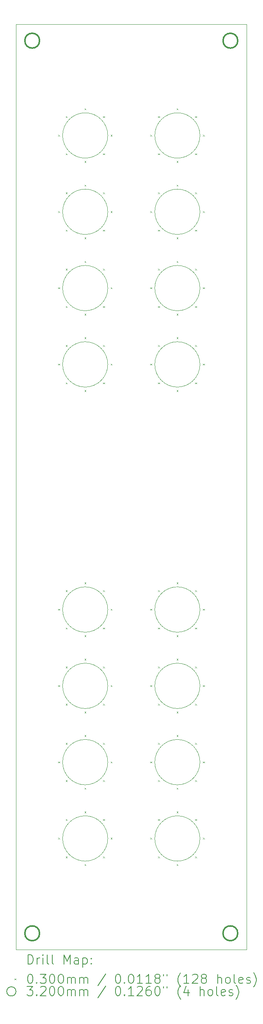
<source format=gbr>
%TF.GenerationSoftware,KiCad,Pcbnew,8.0.3*%
%TF.CreationDate,2024-06-29T17:28:32+02:00*%
%TF.ProjectId,DMH_Buffered_Mult_PANEL,444d485f-4275-4666-9665-7265645f4d75,1*%
%TF.SameCoordinates,Original*%
%TF.FileFunction,Drillmap*%
%TF.FilePolarity,Positive*%
%FSLAX45Y45*%
G04 Gerber Fmt 4.5, Leading zero omitted, Abs format (unit mm)*
G04 Created by KiCad (PCBNEW 8.0.3) date 2024-06-29 17:28:32*
%MOMM*%
%LPD*%
G01*
G04 APERTURE LIST*
%ADD10C,0.050000*%
%ADD11C,0.200000*%
%ADD12C,0.100000*%
%ADD13C,0.320000*%
G04 APERTURE END LIST*
D10*
X7500000Y-3000000D02*
X12500000Y-3000000D01*
X12500000Y-23000000D01*
X7500000Y-23000000D01*
X7500000Y-3000000D01*
X11490000Y-20600000D02*
G75*
G02*
X10510000Y-20600000I-490000J0D01*
G01*
X10510000Y-20600000D02*
G75*
G02*
X11490000Y-20600000I490000J0D01*
G01*
X9490000Y-20600000D02*
G75*
G02*
X8510000Y-20600000I-490000J0D01*
G01*
X8510000Y-20600000D02*
G75*
G02*
X9490000Y-20600000I490000J0D01*
G01*
X9490000Y-5400000D02*
G75*
G02*
X8510000Y-5400000I-490000J0D01*
G01*
X8510000Y-5400000D02*
G75*
G02*
X9490000Y-5400000I490000J0D01*
G01*
X11490000Y-5400000D02*
G75*
G02*
X10510000Y-5400000I-490000J0D01*
G01*
X10510000Y-5400000D02*
G75*
G02*
X11490000Y-5400000I490000J0D01*
G01*
X9490000Y-7050000D02*
G75*
G02*
X8510000Y-7050000I-490000J0D01*
G01*
X8510000Y-7050000D02*
G75*
G02*
X9490000Y-7050000I490000J0D01*
G01*
X11490000Y-15650000D02*
G75*
G02*
X10510000Y-15650000I-490000J0D01*
G01*
X10510000Y-15650000D02*
G75*
G02*
X11490000Y-15650000I490000J0D01*
G01*
X9490000Y-17300000D02*
G75*
G02*
X8510000Y-17300000I-490000J0D01*
G01*
X8510000Y-17300000D02*
G75*
G02*
X9490000Y-17300000I490000J0D01*
G01*
X11490000Y-18950000D02*
G75*
G02*
X10510000Y-18950000I-490000J0D01*
G01*
X10510000Y-18950000D02*
G75*
G02*
X11490000Y-18950000I490000J0D01*
G01*
X9490000Y-10350000D02*
G75*
G02*
X8510000Y-10350000I-490000J0D01*
G01*
X8510000Y-10350000D02*
G75*
G02*
X9490000Y-10350000I490000J0D01*
G01*
X9490000Y-18950000D02*
G75*
G02*
X8510000Y-18950000I-490000J0D01*
G01*
X8510000Y-18950000D02*
G75*
G02*
X9490000Y-18950000I490000J0D01*
G01*
X11490000Y-10350000D02*
G75*
G02*
X10510000Y-10350000I-490000J0D01*
G01*
X10510000Y-10350000D02*
G75*
G02*
X11490000Y-10350000I490000J0D01*
G01*
X11490000Y-17300000D02*
G75*
G02*
X10510000Y-17300000I-490000J0D01*
G01*
X10510000Y-17300000D02*
G75*
G02*
X11490000Y-17300000I490000J0D01*
G01*
X9490000Y-15650000D02*
G75*
G02*
X8510000Y-15650000I-490000J0D01*
G01*
X8510000Y-15650000D02*
G75*
G02*
X9490000Y-15650000I490000J0D01*
G01*
X9490000Y-8700000D02*
G75*
G02*
X8510000Y-8700000I-490000J0D01*
G01*
X8510000Y-8700000D02*
G75*
G02*
X9490000Y-8700000I490000J0D01*
G01*
X11490000Y-7050000D02*
G75*
G02*
X10510000Y-7050000I-490000J0D01*
G01*
X10510000Y-7050000D02*
G75*
G02*
X11490000Y-7050000I490000J0D01*
G01*
X11490000Y-8700000D02*
G75*
G02*
X10510000Y-8700000I-490000J0D01*
G01*
X10510000Y-8700000D02*
G75*
G02*
X11490000Y-8700000I490000J0D01*
G01*
D11*
D12*
X8415000Y-5385000D02*
X8445000Y-5415000D01*
X8445000Y-5385000D02*
X8415000Y-5415000D01*
X8415000Y-7035000D02*
X8445000Y-7065000D01*
X8445000Y-7035000D02*
X8415000Y-7065000D01*
X8415000Y-8685000D02*
X8445000Y-8715000D01*
X8445000Y-8685000D02*
X8415000Y-8715000D01*
X8415000Y-10335000D02*
X8445000Y-10365000D01*
X8445000Y-10335000D02*
X8415000Y-10365000D01*
X8415000Y-15635000D02*
X8445000Y-15665000D01*
X8445000Y-15635000D02*
X8415000Y-15665000D01*
X8415000Y-17285000D02*
X8445000Y-17315000D01*
X8445000Y-17285000D02*
X8415000Y-17315000D01*
X8415000Y-18935000D02*
X8445000Y-18965000D01*
X8445000Y-18935000D02*
X8415000Y-18965000D01*
X8415000Y-20585000D02*
X8445000Y-20615000D01*
X8445000Y-20585000D02*
X8415000Y-20615000D01*
X8581000Y-4982000D02*
X8611000Y-5012000D01*
X8611000Y-4982000D02*
X8581000Y-5012000D01*
X8581000Y-6632000D02*
X8611000Y-6662000D01*
X8611000Y-6632000D02*
X8581000Y-6662000D01*
X8581000Y-8282000D02*
X8611000Y-8312000D01*
X8611000Y-8282000D02*
X8581000Y-8312000D01*
X8581000Y-9932000D02*
X8611000Y-9962000D01*
X8611000Y-9932000D02*
X8581000Y-9962000D01*
X8581000Y-15232000D02*
X8611000Y-15262000D01*
X8611000Y-15232000D02*
X8581000Y-15262000D01*
X8581000Y-16882000D02*
X8611000Y-16912000D01*
X8611000Y-16882000D02*
X8581000Y-16912000D01*
X8581000Y-18532000D02*
X8611000Y-18562000D01*
X8611000Y-18532000D02*
X8581000Y-18562000D01*
X8581000Y-20182000D02*
X8611000Y-20212000D01*
X8611000Y-20182000D02*
X8581000Y-20212000D01*
X8582000Y-5789000D02*
X8612000Y-5819000D01*
X8612000Y-5789000D02*
X8582000Y-5819000D01*
X8582000Y-7439000D02*
X8612000Y-7469000D01*
X8612000Y-7439000D02*
X8582000Y-7469000D01*
X8582000Y-9089000D02*
X8612000Y-9119000D01*
X8612000Y-9089000D02*
X8582000Y-9119000D01*
X8582000Y-10739000D02*
X8612000Y-10769000D01*
X8612000Y-10739000D02*
X8582000Y-10769000D01*
X8582000Y-16039000D02*
X8612000Y-16069000D01*
X8612000Y-16039000D02*
X8582000Y-16069000D01*
X8582000Y-17689000D02*
X8612000Y-17719000D01*
X8612000Y-17689000D02*
X8582000Y-17719000D01*
X8582000Y-19339000D02*
X8612000Y-19369000D01*
X8612000Y-19339000D02*
X8582000Y-19369000D01*
X8582000Y-20989000D02*
X8612000Y-21019000D01*
X8612000Y-20989000D02*
X8582000Y-21019000D01*
X8985000Y-4815000D02*
X9015000Y-4845000D01*
X9015000Y-4815000D02*
X8985000Y-4845000D01*
X8985000Y-5955000D02*
X9015000Y-5985000D01*
X9015000Y-5955000D02*
X8985000Y-5985000D01*
X8985000Y-6465000D02*
X9015000Y-6495000D01*
X9015000Y-6465000D02*
X8985000Y-6495000D01*
X8985000Y-7605000D02*
X9015000Y-7635000D01*
X9015000Y-7605000D02*
X8985000Y-7635000D01*
X8985000Y-8115000D02*
X9015000Y-8145000D01*
X9015000Y-8115000D02*
X8985000Y-8145000D01*
X8985000Y-9255000D02*
X9015000Y-9285000D01*
X9015000Y-9255000D02*
X8985000Y-9285000D01*
X8985000Y-9765000D02*
X9015000Y-9795000D01*
X9015000Y-9765000D02*
X8985000Y-9795000D01*
X8985000Y-10905000D02*
X9015000Y-10935000D01*
X9015000Y-10905000D02*
X8985000Y-10935000D01*
X8985000Y-15065000D02*
X9015000Y-15095000D01*
X9015000Y-15065000D02*
X8985000Y-15095000D01*
X8985000Y-16205000D02*
X9015000Y-16235000D01*
X9015000Y-16205000D02*
X8985000Y-16235000D01*
X8985000Y-16715000D02*
X9015000Y-16745000D01*
X9015000Y-16715000D02*
X8985000Y-16745000D01*
X8985000Y-17855000D02*
X9015000Y-17885000D01*
X9015000Y-17855000D02*
X8985000Y-17885000D01*
X8985000Y-18365000D02*
X9015000Y-18395000D01*
X9015000Y-18365000D02*
X8985000Y-18395000D01*
X8985000Y-19505000D02*
X9015000Y-19535000D01*
X9015000Y-19505000D02*
X8985000Y-19535000D01*
X8985000Y-20015000D02*
X9015000Y-20045000D01*
X9015000Y-20015000D02*
X8985000Y-20045000D01*
X8985000Y-21155000D02*
X9015000Y-21185000D01*
X9015000Y-21155000D02*
X8985000Y-21185000D01*
X9388000Y-5789000D02*
X9418000Y-5819000D01*
X9418000Y-5789000D02*
X9388000Y-5819000D01*
X9388000Y-7439000D02*
X9418000Y-7469000D01*
X9418000Y-7439000D02*
X9388000Y-7469000D01*
X9388000Y-9089000D02*
X9418000Y-9119000D01*
X9418000Y-9089000D02*
X9388000Y-9119000D01*
X9388000Y-10739000D02*
X9418000Y-10769000D01*
X9418000Y-10739000D02*
X9388000Y-10769000D01*
X9388000Y-16039000D02*
X9418000Y-16069000D01*
X9418000Y-16039000D02*
X9388000Y-16069000D01*
X9388000Y-17689000D02*
X9418000Y-17719000D01*
X9418000Y-17689000D02*
X9388000Y-17719000D01*
X9388000Y-19339000D02*
X9418000Y-19369000D01*
X9418000Y-19339000D02*
X9388000Y-19369000D01*
X9388000Y-20989000D02*
X9418000Y-21019000D01*
X9418000Y-20989000D02*
X9388000Y-21019000D01*
X9389000Y-4982000D02*
X9419000Y-5012000D01*
X9419000Y-4982000D02*
X9389000Y-5012000D01*
X9389000Y-6632000D02*
X9419000Y-6662000D01*
X9419000Y-6632000D02*
X9389000Y-6662000D01*
X9389000Y-8282000D02*
X9419000Y-8312000D01*
X9419000Y-8282000D02*
X9389000Y-8312000D01*
X9389000Y-9932000D02*
X9419000Y-9962000D01*
X9419000Y-9932000D02*
X9389000Y-9962000D01*
X9389000Y-15232000D02*
X9419000Y-15262000D01*
X9419000Y-15232000D02*
X9389000Y-15262000D01*
X9389000Y-16882000D02*
X9419000Y-16912000D01*
X9419000Y-16882000D02*
X9389000Y-16912000D01*
X9389000Y-18532000D02*
X9419000Y-18562000D01*
X9419000Y-18532000D02*
X9389000Y-18562000D01*
X9389000Y-20182000D02*
X9419000Y-20212000D01*
X9419000Y-20182000D02*
X9389000Y-20212000D01*
X9555000Y-5385000D02*
X9585000Y-5415000D01*
X9585000Y-5385000D02*
X9555000Y-5415000D01*
X9555000Y-7035000D02*
X9585000Y-7065000D01*
X9585000Y-7035000D02*
X9555000Y-7065000D01*
X9555000Y-8685000D02*
X9585000Y-8715000D01*
X9585000Y-8685000D02*
X9555000Y-8715000D01*
X9555000Y-10335000D02*
X9585000Y-10365000D01*
X9585000Y-10335000D02*
X9555000Y-10365000D01*
X9555000Y-15635000D02*
X9585000Y-15665000D01*
X9585000Y-15635000D02*
X9555000Y-15665000D01*
X9555000Y-17285000D02*
X9585000Y-17315000D01*
X9585000Y-17285000D02*
X9555000Y-17315000D01*
X9555000Y-18935000D02*
X9585000Y-18965000D01*
X9585000Y-18935000D02*
X9555000Y-18965000D01*
X9555000Y-20585000D02*
X9585000Y-20615000D01*
X9585000Y-20585000D02*
X9555000Y-20615000D01*
X10415000Y-5385000D02*
X10445000Y-5415000D01*
X10445000Y-5385000D02*
X10415000Y-5415000D01*
X10415000Y-7035000D02*
X10445000Y-7065000D01*
X10445000Y-7035000D02*
X10415000Y-7065000D01*
X10415000Y-8685000D02*
X10445000Y-8715000D01*
X10445000Y-8685000D02*
X10415000Y-8715000D01*
X10415000Y-10335000D02*
X10445000Y-10365000D01*
X10445000Y-10335000D02*
X10415000Y-10365000D01*
X10415000Y-15635000D02*
X10445000Y-15665000D01*
X10445000Y-15635000D02*
X10415000Y-15665000D01*
X10415000Y-17285000D02*
X10445000Y-17315000D01*
X10445000Y-17285000D02*
X10415000Y-17315000D01*
X10415000Y-18935000D02*
X10445000Y-18965000D01*
X10445000Y-18935000D02*
X10415000Y-18965000D01*
X10415000Y-20585000D02*
X10445000Y-20615000D01*
X10445000Y-20585000D02*
X10415000Y-20615000D01*
X10581000Y-4982000D02*
X10611000Y-5012000D01*
X10611000Y-4982000D02*
X10581000Y-5012000D01*
X10581000Y-6632000D02*
X10611000Y-6662000D01*
X10611000Y-6632000D02*
X10581000Y-6662000D01*
X10581000Y-8282000D02*
X10611000Y-8312000D01*
X10611000Y-8282000D02*
X10581000Y-8312000D01*
X10581000Y-9932000D02*
X10611000Y-9962000D01*
X10611000Y-9932000D02*
X10581000Y-9962000D01*
X10581000Y-15232000D02*
X10611000Y-15262000D01*
X10611000Y-15232000D02*
X10581000Y-15262000D01*
X10581000Y-16882000D02*
X10611000Y-16912000D01*
X10611000Y-16882000D02*
X10581000Y-16912000D01*
X10581000Y-18532000D02*
X10611000Y-18562000D01*
X10611000Y-18532000D02*
X10581000Y-18562000D01*
X10581000Y-20182000D02*
X10611000Y-20212000D01*
X10611000Y-20182000D02*
X10581000Y-20212000D01*
X10582000Y-5789000D02*
X10612000Y-5819000D01*
X10612000Y-5789000D02*
X10582000Y-5819000D01*
X10582000Y-7439000D02*
X10612000Y-7469000D01*
X10612000Y-7439000D02*
X10582000Y-7469000D01*
X10582000Y-9089000D02*
X10612000Y-9119000D01*
X10612000Y-9089000D02*
X10582000Y-9119000D01*
X10582000Y-10739000D02*
X10612000Y-10769000D01*
X10612000Y-10739000D02*
X10582000Y-10769000D01*
X10582000Y-16039000D02*
X10612000Y-16069000D01*
X10612000Y-16039000D02*
X10582000Y-16069000D01*
X10582000Y-17689000D02*
X10612000Y-17719000D01*
X10612000Y-17689000D02*
X10582000Y-17719000D01*
X10582000Y-19339000D02*
X10612000Y-19369000D01*
X10612000Y-19339000D02*
X10582000Y-19369000D01*
X10582000Y-20989000D02*
X10612000Y-21019000D01*
X10612000Y-20989000D02*
X10582000Y-21019000D01*
X10985000Y-4815000D02*
X11015000Y-4845000D01*
X11015000Y-4815000D02*
X10985000Y-4845000D01*
X10985000Y-5955000D02*
X11015000Y-5985000D01*
X11015000Y-5955000D02*
X10985000Y-5985000D01*
X10985000Y-6465000D02*
X11015000Y-6495000D01*
X11015000Y-6465000D02*
X10985000Y-6495000D01*
X10985000Y-7605000D02*
X11015000Y-7635000D01*
X11015000Y-7605000D02*
X10985000Y-7635000D01*
X10985000Y-8115000D02*
X11015000Y-8145000D01*
X11015000Y-8115000D02*
X10985000Y-8145000D01*
X10985000Y-9255000D02*
X11015000Y-9285000D01*
X11015000Y-9255000D02*
X10985000Y-9285000D01*
X10985000Y-9765000D02*
X11015000Y-9795000D01*
X11015000Y-9765000D02*
X10985000Y-9795000D01*
X10985000Y-10905000D02*
X11015000Y-10935000D01*
X11015000Y-10905000D02*
X10985000Y-10935000D01*
X10985000Y-15065000D02*
X11015000Y-15095000D01*
X11015000Y-15065000D02*
X10985000Y-15095000D01*
X10985000Y-16205000D02*
X11015000Y-16235000D01*
X11015000Y-16205000D02*
X10985000Y-16235000D01*
X10985000Y-16715000D02*
X11015000Y-16745000D01*
X11015000Y-16715000D02*
X10985000Y-16745000D01*
X10985000Y-17855000D02*
X11015000Y-17885000D01*
X11015000Y-17855000D02*
X10985000Y-17885000D01*
X10985000Y-18365000D02*
X11015000Y-18395000D01*
X11015000Y-18365000D02*
X10985000Y-18395000D01*
X10985000Y-19505000D02*
X11015000Y-19535000D01*
X11015000Y-19505000D02*
X10985000Y-19535000D01*
X10985000Y-20015000D02*
X11015000Y-20045000D01*
X11015000Y-20015000D02*
X10985000Y-20045000D01*
X10985000Y-21155000D02*
X11015000Y-21185000D01*
X11015000Y-21155000D02*
X10985000Y-21185000D01*
X11388000Y-5789000D02*
X11418000Y-5819000D01*
X11418000Y-5789000D02*
X11388000Y-5819000D01*
X11388000Y-7439000D02*
X11418000Y-7469000D01*
X11418000Y-7439000D02*
X11388000Y-7469000D01*
X11388000Y-9089000D02*
X11418000Y-9119000D01*
X11418000Y-9089000D02*
X11388000Y-9119000D01*
X11388000Y-10739000D02*
X11418000Y-10769000D01*
X11418000Y-10739000D02*
X11388000Y-10769000D01*
X11388000Y-16039000D02*
X11418000Y-16069000D01*
X11418000Y-16039000D02*
X11388000Y-16069000D01*
X11388000Y-17689000D02*
X11418000Y-17719000D01*
X11418000Y-17689000D02*
X11388000Y-17719000D01*
X11388000Y-19339000D02*
X11418000Y-19369000D01*
X11418000Y-19339000D02*
X11388000Y-19369000D01*
X11388000Y-20989000D02*
X11418000Y-21019000D01*
X11418000Y-20989000D02*
X11388000Y-21019000D01*
X11389000Y-4982000D02*
X11419000Y-5012000D01*
X11419000Y-4982000D02*
X11389000Y-5012000D01*
X11389000Y-6632000D02*
X11419000Y-6662000D01*
X11419000Y-6632000D02*
X11389000Y-6662000D01*
X11389000Y-8282000D02*
X11419000Y-8312000D01*
X11419000Y-8282000D02*
X11389000Y-8312000D01*
X11389000Y-9932000D02*
X11419000Y-9962000D01*
X11419000Y-9932000D02*
X11389000Y-9962000D01*
X11389000Y-15232000D02*
X11419000Y-15262000D01*
X11419000Y-15232000D02*
X11389000Y-15262000D01*
X11389000Y-16882000D02*
X11419000Y-16912000D01*
X11419000Y-16882000D02*
X11389000Y-16912000D01*
X11389000Y-18532000D02*
X11419000Y-18562000D01*
X11419000Y-18532000D02*
X11389000Y-18562000D01*
X11389000Y-20182000D02*
X11419000Y-20212000D01*
X11419000Y-20182000D02*
X11389000Y-20212000D01*
X11555000Y-5385000D02*
X11585000Y-5415000D01*
X11585000Y-5385000D02*
X11555000Y-5415000D01*
X11555000Y-7035000D02*
X11585000Y-7065000D01*
X11585000Y-7035000D02*
X11555000Y-7065000D01*
X11555000Y-8685000D02*
X11585000Y-8715000D01*
X11585000Y-8685000D02*
X11555000Y-8715000D01*
X11555000Y-10335000D02*
X11585000Y-10365000D01*
X11585000Y-10335000D02*
X11555000Y-10365000D01*
X11555000Y-15635000D02*
X11585000Y-15665000D01*
X11585000Y-15635000D02*
X11555000Y-15665000D01*
X11555000Y-17285000D02*
X11585000Y-17315000D01*
X11585000Y-17285000D02*
X11555000Y-17315000D01*
X11555000Y-18935000D02*
X11585000Y-18965000D01*
X11585000Y-18935000D02*
X11555000Y-18965000D01*
X11555000Y-20585000D02*
X11585000Y-20615000D01*
X11585000Y-20585000D02*
X11555000Y-20615000D01*
D13*
X8010000Y-3350000D02*
G75*
G02*
X7690000Y-3350000I-160000J0D01*
G01*
X7690000Y-3350000D02*
G75*
G02*
X8010000Y-3350000I160000J0D01*
G01*
X8010000Y-22650000D02*
G75*
G02*
X7690000Y-22650000I-160000J0D01*
G01*
X7690000Y-22650000D02*
G75*
G02*
X8010000Y-22650000I160000J0D01*
G01*
X12310000Y-3350000D02*
G75*
G02*
X11990000Y-3350000I-160000J0D01*
G01*
X11990000Y-3350000D02*
G75*
G02*
X12310000Y-3350000I160000J0D01*
G01*
X12310000Y-22650000D02*
G75*
G02*
X11990000Y-22650000I-160000J0D01*
G01*
X11990000Y-22650000D02*
G75*
G02*
X12310000Y-22650000I160000J0D01*
G01*
D11*
X7758277Y-23313984D02*
X7758277Y-23113984D01*
X7758277Y-23113984D02*
X7805896Y-23113984D01*
X7805896Y-23113984D02*
X7834467Y-23123508D01*
X7834467Y-23123508D02*
X7853515Y-23142555D01*
X7853515Y-23142555D02*
X7863039Y-23161603D01*
X7863039Y-23161603D02*
X7872562Y-23199698D01*
X7872562Y-23199698D02*
X7872562Y-23228269D01*
X7872562Y-23228269D02*
X7863039Y-23266365D01*
X7863039Y-23266365D02*
X7853515Y-23285412D01*
X7853515Y-23285412D02*
X7834467Y-23304460D01*
X7834467Y-23304460D02*
X7805896Y-23313984D01*
X7805896Y-23313984D02*
X7758277Y-23313984D01*
X7958277Y-23313984D02*
X7958277Y-23180650D01*
X7958277Y-23218746D02*
X7967801Y-23199698D01*
X7967801Y-23199698D02*
X7977324Y-23190174D01*
X7977324Y-23190174D02*
X7996372Y-23180650D01*
X7996372Y-23180650D02*
X8015420Y-23180650D01*
X8082086Y-23313984D02*
X8082086Y-23180650D01*
X8082086Y-23113984D02*
X8072562Y-23123508D01*
X8072562Y-23123508D02*
X8082086Y-23133031D01*
X8082086Y-23133031D02*
X8091610Y-23123508D01*
X8091610Y-23123508D02*
X8082086Y-23113984D01*
X8082086Y-23113984D02*
X8082086Y-23133031D01*
X8205896Y-23313984D02*
X8186848Y-23304460D01*
X8186848Y-23304460D02*
X8177324Y-23285412D01*
X8177324Y-23285412D02*
X8177324Y-23113984D01*
X8310658Y-23313984D02*
X8291610Y-23304460D01*
X8291610Y-23304460D02*
X8282086Y-23285412D01*
X8282086Y-23285412D02*
X8282086Y-23113984D01*
X8539229Y-23313984D02*
X8539229Y-23113984D01*
X8539229Y-23113984D02*
X8605896Y-23256841D01*
X8605896Y-23256841D02*
X8672563Y-23113984D01*
X8672563Y-23113984D02*
X8672563Y-23313984D01*
X8853515Y-23313984D02*
X8853515Y-23209222D01*
X8853515Y-23209222D02*
X8843991Y-23190174D01*
X8843991Y-23190174D02*
X8824944Y-23180650D01*
X8824944Y-23180650D02*
X8786848Y-23180650D01*
X8786848Y-23180650D02*
X8767801Y-23190174D01*
X8853515Y-23304460D02*
X8834467Y-23313984D01*
X8834467Y-23313984D02*
X8786848Y-23313984D01*
X8786848Y-23313984D02*
X8767801Y-23304460D01*
X8767801Y-23304460D02*
X8758277Y-23285412D01*
X8758277Y-23285412D02*
X8758277Y-23266365D01*
X8758277Y-23266365D02*
X8767801Y-23247317D01*
X8767801Y-23247317D02*
X8786848Y-23237793D01*
X8786848Y-23237793D02*
X8834467Y-23237793D01*
X8834467Y-23237793D02*
X8853515Y-23228269D01*
X8948753Y-23180650D02*
X8948753Y-23380650D01*
X8948753Y-23190174D02*
X8967801Y-23180650D01*
X8967801Y-23180650D02*
X9005896Y-23180650D01*
X9005896Y-23180650D02*
X9024944Y-23190174D01*
X9024944Y-23190174D02*
X9034467Y-23199698D01*
X9034467Y-23199698D02*
X9043991Y-23218746D01*
X9043991Y-23218746D02*
X9043991Y-23275888D01*
X9043991Y-23275888D02*
X9034467Y-23294936D01*
X9034467Y-23294936D02*
X9024944Y-23304460D01*
X9024944Y-23304460D02*
X9005896Y-23313984D01*
X9005896Y-23313984D02*
X8967801Y-23313984D01*
X8967801Y-23313984D02*
X8948753Y-23304460D01*
X9129705Y-23294936D02*
X9139229Y-23304460D01*
X9139229Y-23304460D02*
X9129705Y-23313984D01*
X9129705Y-23313984D02*
X9120182Y-23304460D01*
X9120182Y-23304460D02*
X9129705Y-23294936D01*
X9129705Y-23294936D02*
X9129705Y-23313984D01*
X9129705Y-23190174D02*
X9139229Y-23199698D01*
X9139229Y-23199698D02*
X9129705Y-23209222D01*
X9129705Y-23209222D02*
X9120182Y-23199698D01*
X9120182Y-23199698D02*
X9129705Y-23190174D01*
X9129705Y-23190174D02*
X9129705Y-23209222D01*
D12*
X7467500Y-23627500D02*
X7497500Y-23657500D01*
X7497500Y-23627500D02*
X7467500Y-23657500D01*
D11*
X7796372Y-23533984D02*
X7815420Y-23533984D01*
X7815420Y-23533984D02*
X7834467Y-23543508D01*
X7834467Y-23543508D02*
X7843991Y-23553031D01*
X7843991Y-23553031D02*
X7853515Y-23572079D01*
X7853515Y-23572079D02*
X7863039Y-23610174D01*
X7863039Y-23610174D02*
X7863039Y-23657793D01*
X7863039Y-23657793D02*
X7853515Y-23695888D01*
X7853515Y-23695888D02*
X7843991Y-23714936D01*
X7843991Y-23714936D02*
X7834467Y-23724460D01*
X7834467Y-23724460D02*
X7815420Y-23733984D01*
X7815420Y-23733984D02*
X7796372Y-23733984D01*
X7796372Y-23733984D02*
X7777324Y-23724460D01*
X7777324Y-23724460D02*
X7767801Y-23714936D01*
X7767801Y-23714936D02*
X7758277Y-23695888D01*
X7758277Y-23695888D02*
X7748753Y-23657793D01*
X7748753Y-23657793D02*
X7748753Y-23610174D01*
X7748753Y-23610174D02*
X7758277Y-23572079D01*
X7758277Y-23572079D02*
X7767801Y-23553031D01*
X7767801Y-23553031D02*
X7777324Y-23543508D01*
X7777324Y-23543508D02*
X7796372Y-23533984D01*
X7948753Y-23714936D02*
X7958277Y-23724460D01*
X7958277Y-23724460D02*
X7948753Y-23733984D01*
X7948753Y-23733984D02*
X7939229Y-23724460D01*
X7939229Y-23724460D02*
X7948753Y-23714936D01*
X7948753Y-23714936D02*
X7948753Y-23733984D01*
X8024943Y-23533984D02*
X8148753Y-23533984D01*
X8148753Y-23533984D02*
X8082086Y-23610174D01*
X8082086Y-23610174D02*
X8110658Y-23610174D01*
X8110658Y-23610174D02*
X8129705Y-23619698D01*
X8129705Y-23619698D02*
X8139229Y-23629222D01*
X8139229Y-23629222D02*
X8148753Y-23648269D01*
X8148753Y-23648269D02*
X8148753Y-23695888D01*
X8148753Y-23695888D02*
X8139229Y-23714936D01*
X8139229Y-23714936D02*
X8129705Y-23724460D01*
X8129705Y-23724460D02*
X8110658Y-23733984D01*
X8110658Y-23733984D02*
X8053515Y-23733984D01*
X8053515Y-23733984D02*
X8034467Y-23724460D01*
X8034467Y-23724460D02*
X8024943Y-23714936D01*
X8272562Y-23533984D02*
X8291610Y-23533984D01*
X8291610Y-23533984D02*
X8310658Y-23543508D01*
X8310658Y-23543508D02*
X8320182Y-23553031D01*
X8320182Y-23553031D02*
X8329705Y-23572079D01*
X8329705Y-23572079D02*
X8339229Y-23610174D01*
X8339229Y-23610174D02*
X8339229Y-23657793D01*
X8339229Y-23657793D02*
X8329705Y-23695888D01*
X8329705Y-23695888D02*
X8320182Y-23714936D01*
X8320182Y-23714936D02*
X8310658Y-23724460D01*
X8310658Y-23724460D02*
X8291610Y-23733984D01*
X8291610Y-23733984D02*
X8272562Y-23733984D01*
X8272562Y-23733984D02*
X8253515Y-23724460D01*
X8253515Y-23724460D02*
X8243991Y-23714936D01*
X8243991Y-23714936D02*
X8234467Y-23695888D01*
X8234467Y-23695888D02*
X8224943Y-23657793D01*
X8224943Y-23657793D02*
X8224943Y-23610174D01*
X8224943Y-23610174D02*
X8234467Y-23572079D01*
X8234467Y-23572079D02*
X8243991Y-23553031D01*
X8243991Y-23553031D02*
X8253515Y-23543508D01*
X8253515Y-23543508D02*
X8272562Y-23533984D01*
X8463039Y-23533984D02*
X8482086Y-23533984D01*
X8482086Y-23533984D02*
X8501134Y-23543508D01*
X8501134Y-23543508D02*
X8510658Y-23553031D01*
X8510658Y-23553031D02*
X8520182Y-23572079D01*
X8520182Y-23572079D02*
X8529705Y-23610174D01*
X8529705Y-23610174D02*
X8529705Y-23657793D01*
X8529705Y-23657793D02*
X8520182Y-23695888D01*
X8520182Y-23695888D02*
X8510658Y-23714936D01*
X8510658Y-23714936D02*
X8501134Y-23724460D01*
X8501134Y-23724460D02*
X8482086Y-23733984D01*
X8482086Y-23733984D02*
X8463039Y-23733984D01*
X8463039Y-23733984D02*
X8443991Y-23724460D01*
X8443991Y-23724460D02*
X8434467Y-23714936D01*
X8434467Y-23714936D02*
X8424944Y-23695888D01*
X8424944Y-23695888D02*
X8415420Y-23657793D01*
X8415420Y-23657793D02*
X8415420Y-23610174D01*
X8415420Y-23610174D02*
X8424944Y-23572079D01*
X8424944Y-23572079D02*
X8434467Y-23553031D01*
X8434467Y-23553031D02*
X8443991Y-23543508D01*
X8443991Y-23543508D02*
X8463039Y-23533984D01*
X8615420Y-23733984D02*
X8615420Y-23600650D01*
X8615420Y-23619698D02*
X8624944Y-23610174D01*
X8624944Y-23610174D02*
X8643991Y-23600650D01*
X8643991Y-23600650D02*
X8672563Y-23600650D01*
X8672563Y-23600650D02*
X8691610Y-23610174D01*
X8691610Y-23610174D02*
X8701134Y-23629222D01*
X8701134Y-23629222D02*
X8701134Y-23733984D01*
X8701134Y-23629222D02*
X8710658Y-23610174D01*
X8710658Y-23610174D02*
X8729705Y-23600650D01*
X8729705Y-23600650D02*
X8758277Y-23600650D01*
X8758277Y-23600650D02*
X8777325Y-23610174D01*
X8777325Y-23610174D02*
X8786848Y-23629222D01*
X8786848Y-23629222D02*
X8786848Y-23733984D01*
X8882086Y-23733984D02*
X8882086Y-23600650D01*
X8882086Y-23619698D02*
X8891610Y-23610174D01*
X8891610Y-23610174D02*
X8910658Y-23600650D01*
X8910658Y-23600650D02*
X8939229Y-23600650D01*
X8939229Y-23600650D02*
X8958277Y-23610174D01*
X8958277Y-23610174D02*
X8967801Y-23629222D01*
X8967801Y-23629222D02*
X8967801Y-23733984D01*
X8967801Y-23629222D02*
X8977325Y-23610174D01*
X8977325Y-23610174D02*
X8996372Y-23600650D01*
X8996372Y-23600650D02*
X9024944Y-23600650D01*
X9024944Y-23600650D02*
X9043991Y-23610174D01*
X9043991Y-23610174D02*
X9053515Y-23629222D01*
X9053515Y-23629222D02*
X9053515Y-23733984D01*
X9443991Y-23524460D02*
X9272563Y-23781603D01*
X9701134Y-23533984D02*
X9720182Y-23533984D01*
X9720182Y-23533984D02*
X9739229Y-23543508D01*
X9739229Y-23543508D02*
X9748753Y-23553031D01*
X9748753Y-23553031D02*
X9758277Y-23572079D01*
X9758277Y-23572079D02*
X9767801Y-23610174D01*
X9767801Y-23610174D02*
X9767801Y-23657793D01*
X9767801Y-23657793D02*
X9758277Y-23695888D01*
X9758277Y-23695888D02*
X9748753Y-23714936D01*
X9748753Y-23714936D02*
X9739229Y-23724460D01*
X9739229Y-23724460D02*
X9720182Y-23733984D01*
X9720182Y-23733984D02*
X9701134Y-23733984D01*
X9701134Y-23733984D02*
X9682087Y-23724460D01*
X9682087Y-23724460D02*
X9672563Y-23714936D01*
X9672563Y-23714936D02*
X9663039Y-23695888D01*
X9663039Y-23695888D02*
X9653515Y-23657793D01*
X9653515Y-23657793D02*
X9653515Y-23610174D01*
X9653515Y-23610174D02*
X9663039Y-23572079D01*
X9663039Y-23572079D02*
X9672563Y-23553031D01*
X9672563Y-23553031D02*
X9682087Y-23543508D01*
X9682087Y-23543508D02*
X9701134Y-23533984D01*
X9853515Y-23714936D02*
X9863039Y-23724460D01*
X9863039Y-23724460D02*
X9853515Y-23733984D01*
X9853515Y-23733984D02*
X9843991Y-23724460D01*
X9843991Y-23724460D02*
X9853515Y-23714936D01*
X9853515Y-23714936D02*
X9853515Y-23733984D01*
X9986848Y-23533984D02*
X10005896Y-23533984D01*
X10005896Y-23533984D02*
X10024944Y-23543508D01*
X10024944Y-23543508D02*
X10034468Y-23553031D01*
X10034468Y-23553031D02*
X10043991Y-23572079D01*
X10043991Y-23572079D02*
X10053515Y-23610174D01*
X10053515Y-23610174D02*
X10053515Y-23657793D01*
X10053515Y-23657793D02*
X10043991Y-23695888D01*
X10043991Y-23695888D02*
X10034468Y-23714936D01*
X10034468Y-23714936D02*
X10024944Y-23724460D01*
X10024944Y-23724460D02*
X10005896Y-23733984D01*
X10005896Y-23733984D02*
X9986848Y-23733984D01*
X9986848Y-23733984D02*
X9967801Y-23724460D01*
X9967801Y-23724460D02*
X9958277Y-23714936D01*
X9958277Y-23714936D02*
X9948753Y-23695888D01*
X9948753Y-23695888D02*
X9939229Y-23657793D01*
X9939229Y-23657793D02*
X9939229Y-23610174D01*
X9939229Y-23610174D02*
X9948753Y-23572079D01*
X9948753Y-23572079D02*
X9958277Y-23553031D01*
X9958277Y-23553031D02*
X9967801Y-23543508D01*
X9967801Y-23543508D02*
X9986848Y-23533984D01*
X10243991Y-23733984D02*
X10129706Y-23733984D01*
X10186848Y-23733984D02*
X10186848Y-23533984D01*
X10186848Y-23533984D02*
X10167801Y-23562555D01*
X10167801Y-23562555D02*
X10148753Y-23581603D01*
X10148753Y-23581603D02*
X10129706Y-23591127D01*
X10434468Y-23733984D02*
X10320182Y-23733984D01*
X10377325Y-23733984D02*
X10377325Y-23533984D01*
X10377325Y-23533984D02*
X10358277Y-23562555D01*
X10358277Y-23562555D02*
X10339229Y-23581603D01*
X10339229Y-23581603D02*
X10320182Y-23591127D01*
X10548753Y-23619698D02*
X10529706Y-23610174D01*
X10529706Y-23610174D02*
X10520182Y-23600650D01*
X10520182Y-23600650D02*
X10510658Y-23581603D01*
X10510658Y-23581603D02*
X10510658Y-23572079D01*
X10510658Y-23572079D02*
X10520182Y-23553031D01*
X10520182Y-23553031D02*
X10529706Y-23543508D01*
X10529706Y-23543508D02*
X10548753Y-23533984D01*
X10548753Y-23533984D02*
X10586849Y-23533984D01*
X10586849Y-23533984D02*
X10605896Y-23543508D01*
X10605896Y-23543508D02*
X10615420Y-23553031D01*
X10615420Y-23553031D02*
X10624944Y-23572079D01*
X10624944Y-23572079D02*
X10624944Y-23581603D01*
X10624944Y-23581603D02*
X10615420Y-23600650D01*
X10615420Y-23600650D02*
X10605896Y-23610174D01*
X10605896Y-23610174D02*
X10586849Y-23619698D01*
X10586849Y-23619698D02*
X10548753Y-23619698D01*
X10548753Y-23619698D02*
X10529706Y-23629222D01*
X10529706Y-23629222D02*
X10520182Y-23638746D01*
X10520182Y-23638746D02*
X10510658Y-23657793D01*
X10510658Y-23657793D02*
X10510658Y-23695888D01*
X10510658Y-23695888D02*
X10520182Y-23714936D01*
X10520182Y-23714936D02*
X10529706Y-23724460D01*
X10529706Y-23724460D02*
X10548753Y-23733984D01*
X10548753Y-23733984D02*
X10586849Y-23733984D01*
X10586849Y-23733984D02*
X10605896Y-23724460D01*
X10605896Y-23724460D02*
X10615420Y-23714936D01*
X10615420Y-23714936D02*
X10624944Y-23695888D01*
X10624944Y-23695888D02*
X10624944Y-23657793D01*
X10624944Y-23657793D02*
X10615420Y-23638746D01*
X10615420Y-23638746D02*
X10605896Y-23629222D01*
X10605896Y-23629222D02*
X10586849Y-23619698D01*
X10701134Y-23533984D02*
X10701134Y-23572079D01*
X10777325Y-23533984D02*
X10777325Y-23572079D01*
X11072563Y-23810174D02*
X11063039Y-23800650D01*
X11063039Y-23800650D02*
X11043991Y-23772079D01*
X11043991Y-23772079D02*
X11034468Y-23753031D01*
X11034468Y-23753031D02*
X11024944Y-23724460D01*
X11024944Y-23724460D02*
X11015420Y-23676841D01*
X11015420Y-23676841D02*
X11015420Y-23638746D01*
X11015420Y-23638746D02*
X11024944Y-23591127D01*
X11024944Y-23591127D02*
X11034468Y-23562555D01*
X11034468Y-23562555D02*
X11043991Y-23543508D01*
X11043991Y-23543508D02*
X11063039Y-23514936D01*
X11063039Y-23514936D02*
X11072563Y-23505412D01*
X11253515Y-23733984D02*
X11139230Y-23733984D01*
X11196372Y-23733984D02*
X11196372Y-23533984D01*
X11196372Y-23533984D02*
X11177325Y-23562555D01*
X11177325Y-23562555D02*
X11158277Y-23581603D01*
X11158277Y-23581603D02*
X11139230Y-23591127D01*
X11329706Y-23553031D02*
X11339229Y-23543508D01*
X11339229Y-23543508D02*
X11358277Y-23533984D01*
X11358277Y-23533984D02*
X11405896Y-23533984D01*
X11405896Y-23533984D02*
X11424944Y-23543508D01*
X11424944Y-23543508D02*
X11434468Y-23553031D01*
X11434468Y-23553031D02*
X11443991Y-23572079D01*
X11443991Y-23572079D02*
X11443991Y-23591127D01*
X11443991Y-23591127D02*
X11434468Y-23619698D01*
X11434468Y-23619698D02*
X11320182Y-23733984D01*
X11320182Y-23733984D02*
X11443991Y-23733984D01*
X11558277Y-23619698D02*
X11539229Y-23610174D01*
X11539229Y-23610174D02*
X11529706Y-23600650D01*
X11529706Y-23600650D02*
X11520182Y-23581603D01*
X11520182Y-23581603D02*
X11520182Y-23572079D01*
X11520182Y-23572079D02*
X11529706Y-23553031D01*
X11529706Y-23553031D02*
X11539229Y-23543508D01*
X11539229Y-23543508D02*
X11558277Y-23533984D01*
X11558277Y-23533984D02*
X11596372Y-23533984D01*
X11596372Y-23533984D02*
X11615420Y-23543508D01*
X11615420Y-23543508D02*
X11624944Y-23553031D01*
X11624944Y-23553031D02*
X11634468Y-23572079D01*
X11634468Y-23572079D02*
X11634468Y-23581603D01*
X11634468Y-23581603D02*
X11624944Y-23600650D01*
X11624944Y-23600650D02*
X11615420Y-23610174D01*
X11615420Y-23610174D02*
X11596372Y-23619698D01*
X11596372Y-23619698D02*
X11558277Y-23619698D01*
X11558277Y-23619698D02*
X11539229Y-23629222D01*
X11539229Y-23629222D02*
X11529706Y-23638746D01*
X11529706Y-23638746D02*
X11520182Y-23657793D01*
X11520182Y-23657793D02*
X11520182Y-23695888D01*
X11520182Y-23695888D02*
X11529706Y-23714936D01*
X11529706Y-23714936D02*
X11539229Y-23724460D01*
X11539229Y-23724460D02*
X11558277Y-23733984D01*
X11558277Y-23733984D02*
X11596372Y-23733984D01*
X11596372Y-23733984D02*
X11615420Y-23724460D01*
X11615420Y-23724460D02*
X11624944Y-23714936D01*
X11624944Y-23714936D02*
X11634468Y-23695888D01*
X11634468Y-23695888D02*
X11634468Y-23657793D01*
X11634468Y-23657793D02*
X11624944Y-23638746D01*
X11624944Y-23638746D02*
X11615420Y-23629222D01*
X11615420Y-23629222D02*
X11596372Y-23619698D01*
X11872563Y-23733984D02*
X11872563Y-23533984D01*
X11958277Y-23733984D02*
X11958277Y-23629222D01*
X11958277Y-23629222D02*
X11948753Y-23610174D01*
X11948753Y-23610174D02*
X11929706Y-23600650D01*
X11929706Y-23600650D02*
X11901134Y-23600650D01*
X11901134Y-23600650D02*
X11882087Y-23610174D01*
X11882087Y-23610174D02*
X11872563Y-23619698D01*
X12082087Y-23733984D02*
X12063039Y-23724460D01*
X12063039Y-23724460D02*
X12053515Y-23714936D01*
X12053515Y-23714936D02*
X12043991Y-23695888D01*
X12043991Y-23695888D02*
X12043991Y-23638746D01*
X12043991Y-23638746D02*
X12053515Y-23619698D01*
X12053515Y-23619698D02*
X12063039Y-23610174D01*
X12063039Y-23610174D02*
X12082087Y-23600650D01*
X12082087Y-23600650D02*
X12110658Y-23600650D01*
X12110658Y-23600650D02*
X12129706Y-23610174D01*
X12129706Y-23610174D02*
X12139230Y-23619698D01*
X12139230Y-23619698D02*
X12148753Y-23638746D01*
X12148753Y-23638746D02*
X12148753Y-23695888D01*
X12148753Y-23695888D02*
X12139230Y-23714936D01*
X12139230Y-23714936D02*
X12129706Y-23724460D01*
X12129706Y-23724460D02*
X12110658Y-23733984D01*
X12110658Y-23733984D02*
X12082087Y-23733984D01*
X12263039Y-23733984D02*
X12243991Y-23724460D01*
X12243991Y-23724460D02*
X12234468Y-23705412D01*
X12234468Y-23705412D02*
X12234468Y-23533984D01*
X12415420Y-23724460D02*
X12396372Y-23733984D01*
X12396372Y-23733984D02*
X12358277Y-23733984D01*
X12358277Y-23733984D02*
X12339230Y-23724460D01*
X12339230Y-23724460D02*
X12329706Y-23705412D01*
X12329706Y-23705412D02*
X12329706Y-23629222D01*
X12329706Y-23629222D02*
X12339230Y-23610174D01*
X12339230Y-23610174D02*
X12358277Y-23600650D01*
X12358277Y-23600650D02*
X12396372Y-23600650D01*
X12396372Y-23600650D02*
X12415420Y-23610174D01*
X12415420Y-23610174D02*
X12424944Y-23629222D01*
X12424944Y-23629222D02*
X12424944Y-23648269D01*
X12424944Y-23648269D02*
X12329706Y-23667317D01*
X12501134Y-23724460D02*
X12520182Y-23733984D01*
X12520182Y-23733984D02*
X12558277Y-23733984D01*
X12558277Y-23733984D02*
X12577325Y-23724460D01*
X12577325Y-23724460D02*
X12586849Y-23705412D01*
X12586849Y-23705412D02*
X12586849Y-23695888D01*
X12586849Y-23695888D02*
X12577325Y-23676841D01*
X12577325Y-23676841D02*
X12558277Y-23667317D01*
X12558277Y-23667317D02*
X12529706Y-23667317D01*
X12529706Y-23667317D02*
X12510658Y-23657793D01*
X12510658Y-23657793D02*
X12501134Y-23638746D01*
X12501134Y-23638746D02*
X12501134Y-23629222D01*
X12501134Y-23629222D02*
X12510658Y-23610174D01*
X12510658Y-23610174D02*
X12529706Y-23600650D01*
X12529706Y-23600650D02*
X12558277Y-23600650D01*
X12558277Y-23600650D02*
X12577325Y-23610174D01*
X12653515Y-23810174D02*
X12663039Y-23800650D01*
X12663039Y-23800650D02*
X12682087Y-23772079D01*
X12682087Y-23772079D02*
X12691611Y-23753031D01*
X12691611Y-23753031D02*
X12701134Y-23724460D01*
X12701134Y-23724460D02*
X12710658Y-23676841D01*
X12710658Y-23676841D02*
X12710658Y-23638746D01*
X12710658Y-23638746D02*
X12701134Y-23591127D01*
X12701134Y-23591127D02*
X12691611Y-23562555D01*
X12691611Y-23562555D02*
X12682087Y-23543508D01*
X12682087Y-23543508D02*
X12663039Y-23514936D01*
X12663039Y-23514936D02*
X12653515Y-23505412D01*
X7497500Y-23906500D02*
G75*
G02*
X7297500Y-23906500I-100000J0D01*
G01*
X7297500Y-23906500D02*
G75*
G02*
X7497500Y-23906500I100000J0D01*
G01*
X7739229Y-23797984D02*
X7863039Y-23797984D01*
X7863039Y-23797984D02*
X7796372Y-23874174D01*
X7796372Y-23874174D02*
X7824943Y-23874174D01*
X7824943Y-23874174D02*
X7843991Y-23883698D01*
X7843991Y-23883698D02*
X7853515Y-23893222D01*
X7853515Y-23893222D02*
X7863039Y-23912269D01*
X7863039Y-23912269D02*
X7863039Y-23959888D01*
X7863039Y-23959888D02*
X7853515Y-23978936D01*
X7853515Y-23978936D02*
X7843991Y-23988460D01*
X7843991Y-23988460D02*
X7824943Y-23997984D01*
X7824943Y-23997984D02*
X7767801Y-23997984D01*
X7767801Y-23997984D02*
X7748753Y-23988460D01*
X7748753Y-23988460D02*
X7739229Y-23978936D01*
X7948753Y-23978936D02*
X7958277Y-23988460D01*
X7958277Y-23988460D02*
X7948753Y-23997984D01*
X7948753Y-23997984D02*
X7939229Y-23988460D01*
X7939229Y-23988460D02*
X7948753Y-23978936D01*
X7948753Y-23978936D02*
X7948753Y-23997984D01*
X8034467Y-23817031D02*
X8043991Y-23807508D01*
X8043991Y-23807508D02*
X8063039Y-23797984D01*
X8063039Y-23797984D02*
X8110658Y-23797984D01*
X8110658Y-23797984D02*
X8129705Y-23807508D01*
X8129705Y-23807508D02*
X8139229Y-23817031D01*
X8139229Y-23817031D02*
X8148753Y-23836079D01*
X8148753Y-23836079D02*
X8148753Y-23855127D01*
X8148753Y-23855127D02*
X8139229Y-23883698D01*
X8139229Y-23883698D02*
X8024943Y-23997984D01*
X8024943Y-23997984D02*
X8148753Y-23997984D01*
X8272562Y-23797984D02*
X8291610Y-23797984D01*
X8291610Y-23797984D02*
X8310658Y-23807508D01*
X8310658Y-23807508D02*
X8320182Y-23817031D01*
X8320182Y-23817031D02*
X8329705Y-23836079D01*
X8329705Y-23836079D02*
X8339229Y-23874174D01*
X8339229Y-23874174D02*
X8339229Y-23921793D01*
X8339229Y-23921793D02*
X8329705Y-23959888D01*
X8329705Y-23959888D02*
X8320182Y-23978936D01*
X8320182Y-23978936D02*
X8310658Y-23988460D01*
X8310658Y-23988460D02*
X8291610Y-23997984D01*
X8291610Y-23997984D02*
X8272562Y-23997984D01*
X8272562Y-23997984D02*
X8253515Y-23988460D01*
X8253515Y-23988460D02*
X8243991Y-23978936D01*
X8243991Y-23978936D02*
X8234467Y-23959888D01*
X8234467Y-23959888D02*
X8224943Y-23921793D01*
X8224943Y-23921793D02*
X8224943Y-23874174D01*
X8224943Y-23874174D02*
X8234467Y-23836079D01*
X8234467Y-23836079D02*
X8243991Y-23817031D01*
X8243991Y-23817031D02*
X8253515Y-23807508D01*
X8253515Y-23807508D02*
X8272562Y-23797984D01*
X8463039Y-23797984D02*
X8482086Y-23797984D01*
X8482086Y-23797984D02*
X8501134Y-23807508D01*
X8501134Y-23807508D02*
X8510658Y-23817031D01*
X8510658Y-23817031D02*
X8520182Y-23836079D01*
X8520182Y-23836079D02*
X8529705Y-23874174D01*
X8529705Y-23874174D02*
X8529705Y-23921793D01*
X8529705Y-23921793D02*
X8520182Y-23959888D01*
X8520182Y-23959888D02*
X8510658Y-23978936D01*
X8510658Y-23978936D02*
X8501134Y-23988460D01*
X8501134Y-23988460D02*
X8482086Y-23997984D01*
X8482086Y-23997984D02*
X8463039Y-23997984D01*
X8463039Y-23997984D02*
X8443991Y-23988460D01*
X8443991Y-23988460D02*
X8434467Y-23978936D01*
X8434467Y-23978936D02*
X8424944Y-23959888D01*
X8424944Y-23959888D02*
X8415420Y-23921793D01*
X8415420Y-23921793D02*
X8415420Y-23874174D01*
X8415420Y-23874174D02*
X8424944Y-23836079D01*
X8424944Y-23836079D02*
X8434467Y-23817031D01*
X8434467Y-23817031D02*
X8443991Y-23807508D01*
X8443991Y-23807508D02*
X8463039Y-23797984D01*
X8615420Y-23997984D02*
X8615420Y-23864650D01*
X8615420Y-23883698D02*
X8624944Y-23874174D01*
X8624944Y-23874174D02*
X8643991Y-23864650D01*
X8643991Y-23864650D02*
X8672563Y-23864650D01*
X8672563Y-23864650D02*
X8691610Y-23874174D01*
X8691610Y-23874174D02*
X8701134Y-23893222D01*
X8701134Y-23893222D02*
X8701134Y-23997984D01*
X8701134Y-23893222D02*
X8710658Y-23874174D01*
X8710658Y-23874174D02*
X8729705Y-23864650D01*
X8729705Y-23864650D02*
X8758277Y-23864650D01*
X8758277Y-23864650D02*
X8777325Y-23874174D01*
X8777325Y-23874174D02*
X8786848Y-23893222D01*
X8786848Y-23893222D02*
X8786848Y-23997984D01*
X8882086Y-23997984D02*
X8882086Y-23864650D01*
X8882086Y-23883698D02*
X8891610Y-23874174D01*
X8891610Y-23874174D02*
X8910658Y-23864650D01*
X8910658Y-23864650D02*
X8939229Y-23864650D01*
X8939229Y-23864650D02*
X8958277Y-23874174D01*
X8958277Y-23874174D02*
X8967801Y-23893222D01*
X8967801Y-23893222D02*
X8967801Y-23997984D01*
X8967801Y-23893222D02*
X8977325Y-23874174D01*
X8977325Y-23874174D02*
X8996372Y-23864650D01*
X8996372Y-23864650D02*
X9024944Y-23864650D01*
X9024944Y-23864650D02*
X9043991Y-23874174D01*
X9043991Y-23874174D02*
X9053515Y-23893222D01*
X9053515Y-23893222D02*
X9053515Y-23997984D01*
X9443991Y-23788460D02*
X9272563Y-24045603D01*
X9701134Y-23797984D02*
X9720182Y-23797984D01*
X9720182Y-23797984D02*
X9739229Y-23807508D01*
X9739229Y-23807508D02*
X9748753Y-23817031D01*
X9748753Y-23817031D02*
X9758277Y-23836079D01*
X9758277Y-23836079D02*
X9767801Y-23874174D01*
X9767801Y-23874174D02*
X9767801Y-23921793D01*
X9767801Y-23921793D02*
X9758277Y-23959888D01*
X9758277Y-23959888D02*
X9748753Y-23978936D01*
X9748753Y-23978936D02*
X9739229Y-23988460D01*
X9739229Y-23988460D02*
X9720182Y-23997984D01*
X9720182Y-23997984D02*
X9701134Y-23997984D01*
X9701134Y-23997984D02*
X9682087Y-23988460D01*
X9682087Y-23988460D02*
X9672563Y-23978936D01*
X9672563Y-23978936D02*
X9663039Y-23959888D01*
X9663039Y-23959888D02*
X9653515Y-23921793D01*
X9653515Y-23921793D02*
X9653515Y-23874174D01*
X9653515Y-23874174D02*
X9663039Y-23836079D01*
X9663039Y-23836079D02*
X9672563Y-23817031D01*
X9672563Y-23817031D02*
X9682087Y-23807508D01*
X9682087Y-23807508D02*
X9701134Y-23797984D01*
X9853515Y-23978936D02*
X9863039Y-23988460D01*
X9863039Y-23988460D02*
X9853515Y-23997984D01*
X9853515Y-23997984D02*
X9843991Y-23988460D01*
X9843991Y-23988460D02*
X9853515Y-23978936D01*
X9853515Y-23978936D02*
X9853515Y-23997984D01*
X10053515Y-23997984D02*
X9939229Y-23997984D01*
X9996372Y-23997984D02*
X9996372Y-23797984D01*
X9996372Y-23797984D02*
X9977325Y-23826555D01*
X9977325Y-23826555D02*
X9958277Y-23845603D01*
X9958277Y-23845603D02*
X9939229Y-23855127D01*
X10129706Y-23817031D02*
X10139229Y-23807508D01*
X10139229Y-23807508D02*
X10158277Y-23797984D01*
X10158277Y-23797984D02*
X10205896Y-23797984D01*
X10205896Y-23797984D02*
X10224944Y-23807508D01*
X10224944Y-23807508D02*
X10234468Y-23817031D01*
X10234468Y-23817031D02*
X10243991Y-23836079D01*
X10243991Y-23836079D02*
X10243991Y-23855127D01*
X10243991Y-23855127D02*
X10234468Y-23883698D01*
X10234468Y-23883698D02*
X10120182Y-23997984D01*
X10120182Y-23997984D02*
X10243991Y-23997984D01*
X10415420Y-23797984D02*
X10377325Y-23797984D01*
X10377325Y-23797984D02*
X10358277Y-23807508D01*
X10358277Y-23807508D02*
X10348753Y-23817031D01*
X10348753Y-23817031D02*
X10329706Y-23845603D01*
X10329706Y-23845603D02*
X10320182Y-23883698D01*
X10320182Y-23883698D02*
X10320182Y-23959888D01*
X10320182Y-23959888D02*
X10329706Y-23978936D01*
X10329706Y-23978936D02*
X10339229Y-23988460D01*
X10339229Y-23988460D02*
X10358277Y-23997984D01*
X10358277Y-23997984D02*
X10396372Y-23997984D01*
X10396372Y-23997984D02*
X10415420Y-23988460D01*
X10415420Y-23988460D02*
X10424944Y-23978936D01*
X10424944Y-23978936D02*
X10434468Y-23959888D01*
X10434468Y-23959888D02*
X10434468Y-23912269D01*
X10434468Y-23912269D02*
X10424944Y-23893222D01*
X10424944Y-23893222D02*
X10415420Y-23883698D01*
X10415420Y-23883698D02*
X10396372Y-23874174D01*
X10396372Y-23874174D02*
X10358277Y-23874174D01*
X10358277Y-23874174D02*
X10339229Y-23883698D01*
X10339229Y-23883698D02*
X10329706Y-23893222D01*
X10329706Y-23893222D02*
X10320182Y-23912269D01*
X10558277Y-23797984D02*
X10577325Y-23797984D01*
X10577325Y-23797984D02*
X10596372Y-23807508D01*
X10596372Y-23807508D02*
X10605896Y-23817031D01*
X10605896Y-23817031D02*
X10615420Y-23836079D01*
X10615420Y-23836079D02*
X10624944Y-23874174D01*
X10624944Y-23874174D02*
X10624944Y-23921793D01*
X10624944Y-23921793D02*
X10615420Y-23959888D01*
X10615420Y-23959888D02*
X10605896Y-23978936D01*
X10605896Y-23978936D02*
X10596372Y-23988460D01*
X10596372Y-23988460D02*
X10577325Y-23997984D01*
X10577325Y-23997984D02*
X10558277Y-23997984D01*
X10558277Y-23997984D02*
X10539229Y-23988460D01*
X10539229Y-23988460D02*
X10529706Y-23978936D01*
X10529706Y-23978936D02*
X10520182Y-23959888D01*
X10520182Y-23959888D02*
X10510658Y-23921793D01*
X10510658Y-23921793D02*
X10510658Y-23874174D01*
X10510658Y-23874174D02*
X10520182Y-23836079D01*
X10520182Y-23836079D02*
X10529706Y-23817031D01*
X10529706Y-23817031D02*
X10539229Y-23807508D01*
X10539229Y-23807508D02*
X10558277Y-23797984D01*
X10701134Y-23797984D02*
X10701134Y-23836079D01*
X10777325Y-23797984D02*
X10777325Y-23836079D01*
X11072563Y-24074174D02*
X11063039Y-24064650D01*
X11063039Y-24064650D02*
X11043991Y-24036079D01*
X11043991Y-24036079D02*
X11034468Y-24017031D01*
X11034468Y-24017031D02*
X11024944Y-23988460D01*
X11024944Y-23988460D02*
X11015420Y-23940841D01*
X11015420Y-23940841D02*
X11015420Y-23902746D01*
X11015420Y-23902746D02*
X11024944Y-23855127D01*
X11024944Y-23855127D02*
X11034468Y-23826555D01*
X11034468Y-23826555D02*
X11043991Y-23807508D01*
X11043991Y-23807508D02*
X11063039Y-23778936D01*
X11063039Y-23778936D02*
X11072563Y-23769412D01*
X11234468Y-23864650D02*
X11234468Y-23997984D01*
X11186848Y-23788460D02*
X11139230Y-23931317D01*
X11139230Y-23931317D02*
X11263039Y-23931317D01*
X11491610Y-23997984D02*
X11491610Y-23797984D01*
X11577325Y-23997984D02*
X11577325Y-23893222D01*
X11577325Y-23893222D02*
X11567801Y-23874174D01*
X11567801Y-23874174D02*
X11548753Y-23864650D01*
X11548753Y-23864650D02*
X11520182Y-23864650D01*
X11520182Y-23864650D02*
X11501134Y-23874174D01*
X11501134Y-23874174D02*
X11491610Y-23883698D01*
X11701134Y-23997984D02*
X11682087Y-23988460D01*
X11682087Y-23988460D02*
X11672563Y-23978936D01*
X11672563Y-23978936D02*
X11663039Y-23959888D01*
X11663039Y-23959888D02*
X11663039Y-23902746D01*
X11663039Y-23902746D02*
X11672563Y-23883698D01*
X11672563Y-23883698D02*
X11682087Y-23874174D01*
X11682087Y-23874174D02*
X11701134Y-23864650D01*
X11701134Y-23864650D02*
X11729706Y-23864650D01*
X11729706Y-23864650D02*
X11748753Y-23874174D01*
X11748753Y-23874174D02*
X11758277Y-23883698D01*
X11758277Y-23883698D02*
X11767801Y-23902746D01*
X11767801Y-23902746D02*
X11767801Y-23959888D01*
X11767801Y-23959888D02*
X11758277Y-23978936D01*
X11758277Y-23978936D02*
X11748753Y-23988460D01*
X11748753Y-23988460D02*
X11729706Y-23997984D01*
X11729706Y-23997984D02*
X11701134Y-23997984D01*
X11882087Y-23997984D02*
X11863039Y-23988460D01*
X11863039Y-23988460D02*
X11853515Y-23969412D01*
X11853515Y-23969412D02*
X11853515Y-23797984D01*
X12034468Y-23988460D02*
X12015420Y-23997984D01*
X12015420Y-23997984D02*
X11977325Y-23997984D01*
X11977325Y-23997984D02*
X11958277Y-23988460D01*
X11958277Y-23988460D02*
X11948753Y-23969412D01*
X11948753Y-23969412D02*
X11948753Y-23893222D01*
X11948753Y-23893222D02*
X11958277Y-23874174D01*
X11958277Y-23874174D02*
X11977325Y-23864650D01*
X11977325Y-23864650D02*
X12015420Y-23864650D01*
X12015420Y-23864650D02*
X12034468Y-23874174D01*
X12034468Y-23874174D02*
X12043991Y-23893222D01*
X12043991Y-23893222D02*
X12043991Y-23912269D01*
X12043991Y-23912269D02*
X11948753Y-23931317D01*
X12120182Y-23988460D02*
X12139230Y-23997984D01*
X12139230Y-23997984D02*
X12177325Y-23997984D01*
X12177325Y-23997984D02*
X12196372Y-23988460D01*
X12196372Y-23988460D02*
X12205896Y-23969412D01*
X12205896Y-23969412D02*
X12205896Y-23959888D01*
X12205896Y-23959888D02*
X12196372Y-23940841D01*
X12196372Y-23940841D02*
X12177325Y-23931317D01*
X12177325Y-23931317D02*
X12148753Y-23931317D01*
X12148753Y-23931317D02*
X12129706Y-23921793D01*
X12129706Y-23921793D02*
X12120182Y-23902746D01*
X12120182Y-23902746D02*
X12120182Y-23893222D01*
X12120182Y-23893222D02*
X12129706Y-23874174D01*
X12129706Y-23874174D02*
X12148753Y-23864650D01*
X12148753Y-23864650D02*
X12177325Y-23864650D01*
X12177325Y-23864650D02*
X12196372Y-23874174D01*
X12272563Y-24074174D02*
X12282087Y-24064650D01*
X12282087Y-24064650D02*
X12301134Y-24036079D01*
X12301134Y-24036079D02*
X12310658Y-24017031D01*
X12310658Y-24017031D02*
X12320182Y-23988460D01*
X12320182Y-23988460D02*
X12329706Y-23940841D01*
X12329706Y-23940841D02*
X12329706Y-23902746D01*
X12329706Y-23902746D02*
X12320182Y-23855127D01*
X12320182Y-23855127D02*
X12310658Y-23826555D01*
X12310658Y-23826555D02*
X12301134Y-23807508D01*
X12301134Y-23807508D02*
X12282087Y-23778936D01*
X12282087Y-23778936D02*
X12272563Y-23769412D01*
M02*

</source>
